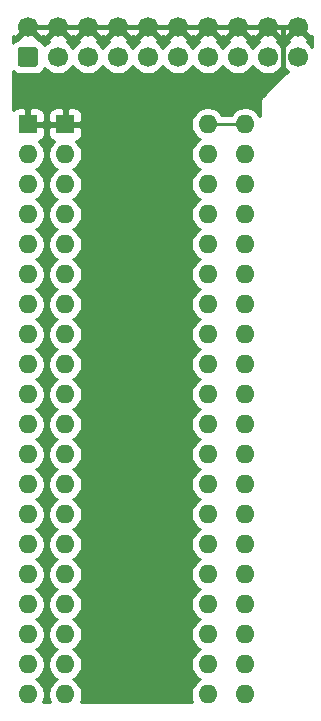
<source format=gbl>
%TF.GenerationSoftware,KiCad,Pcbnew,(5.1.8)-1*%
%TF.CreationDate,2021-04-29T21:41:25+02:00*%
%TF.ProjectId,C64 1541-II VIA Adapter,43363420-3135-4343-912d-494920564941,rev?*%
%TF.SameCoordinates,Original*%
%TF.FileFunction,Copper,L2,Bot*%
%TF.FilePolarity,Positive*%
%FSLAX46Y46*%
G04 Gerber Fmt 4.6, Leading zero omitted, Abs format (unit mm)*
G04 Created by KiCad (PCBNEW (5.1.8)-1) date 2021-04-29 21:41:25*
%MOMM*%
%LPD*%
G01*
G04 APERTURE LIST*
%TA.AperFunction,ComponentPad*%
%ADD10C,1.700000*%
%TD*%
%TA.AperFunction,ComponentPad*%
%ADD11O,1.600000X1.600000*%
%TD*%
%TA.AperFunction,ComponentPad*%
%ADD12R,1.600000X1.600000*%
%TD*%
%TA.AperFunction,ViaPad*%
%ADD13C,0.800000*%
%TD*%
%TA.AperFunction,Conductor*%
%ADD14C,0.381000*%
%TD*%
%TA.AperFunction,Conductor*%
%ADD15C,0.250000*%
%TD*%
%TA.AperFunction,Conductor*%
%ADD16C,0.254000*%
%TD*%
%TA.AperFunction,Conductor*%
%ADD17C,0.100000*%
%TD*%
G04 APERTURE END LIST*
D10*
%TO.P,J2,11*%
%TO.N,GND*%
X102235000Y-53975000D03*
X104775000Y-53975000D03*
X107315000Y-53975000D03*
X109855000Y-53975000D03*
X112395000Y-53975000D03*
X114935000Y-53975000D03*
X117475000Y-53975000D03*
X120015000Y-53975000D03*
X122555000Y-53975000D03*
%TO.P,J2,10*%
%TO.N,/CB1*%
X125095000Y-56515000D03*
%TO.P,J2,8*%
%TO.N,/PA6*%
X120015000Y-56515000D03*
%TO.P,J2,6*%
%TO.N,/PA4*%
X114935000Y-56515000D03*
%TO.P,J2,4*%
%TO.N,/PA2*%
X109855000Y-56515000D03*
%TO.P,J2,2*%
%TO.N,/PA0*%
X104775000Y-56515000D03*
%TO.P,J2,11*%
%TO.N,GND*%
X125095000Y-53975000D03*
%TO.P,J2,9*%
%TO.N,/PA7*%
X122555000Y-56515000D03*
%TO.P,J2,7*%
%TO.N,/PA5*%
X117475000Y-56515000D03*
%TO.P,J2,5*%
%TO.N,/PA3*%
X112395000Y-56515000D03*
%TO.P,J2,3*%
%TO.N,/PA1*%
X107315000Y-56515000D03*
%TO.P,J2,1*%
%TO.N,/CA2*%
%TA.AperFunction,ComponentPad*%
G36*
G01*
X102835000Y-57365000D02*
X101635000Y-57365000D01*
G75*
G02*
X101385000Y-57115000I0J250000D01*
G01*
X101385000Y-55915000D01*
G75*
G02*
X101635000Y-55665000I250000J0D01*
G01*
X102835000Y-55665000D01*
G75*
G02*
X103085000Y-55915000I0J-250000D01*
G01*
X103085000Y-57115000D01*
G75*
G02*
X102835000Y-57365000I-250000J0D01*
G01*
G37*
%TD.AperFunction*%
%TD*%
D11*
%TO.P,A1,40*%
%TO.N,/CA1*%
X117475000Y-62230000D03*
%TO.P,A1,20*%
%TO.N,VCC*%
X102235000Y-110490000D03*
%TO.P,A1,39*%
%TO.N,/CA2*%
X117475000Y-64770000D03*
%TO.P,A1,19*%
%TO.N,/CB2*%
X102235000Y-107950000D03*
%TO.P,A1,38*%
%TO.N,/RS0*%
X117475000Y-67310000D03*
%TO.P,A1,18*%
%TO.N,/CB1*%
X102235000Y-105410000D03*
%TO.P,A1,37*%
%TO.N,/RS1*%
X117475000Y-69850000D03*
%TO.P,A1,17*%
%TO.N,/PB7*%
X102235000Y-102870000D03*
%TO.P,A1,36*%
%TO.N,/RS2*%
X117475000Y-72390000D03*
%TO.P,A1,16*%
%TO.N,/PB6*%
X102235000Y-100330000D03*
%TO.P,A1,35*%
%TO.N,/RS3*%
X117475000Y-74930000D03*
%TO.P,A1,15*%
%TO.N,/PB5*%
X102235000Y-97790000D03*
%TO.P,A1,34*%
%TO.N,/~RESET*%
X117475000Y-77470000D03*
%TO.P,A1,14*%
%TO.N,/PB4*%
X102235000Y-95250000D03*
%TO.P,A1,33*%
%TO.N,/D0*%
X117475000Y-80010000D03*
%TO.P,A1,13*%
%TO.N,/PB3*%
X102235000Y-92710000D03*
%TO.P,A1,32*%
%TO.N,/D1*%
X117475000Y-82550000D03*
%TO.P,A1,12*%
%TO.N,/PB2*%
X102235000Y-90170000D03*
%TO.P,A1,31*%
%TO.N,/D2*%
X117475000Y-85090000D03*
%TO.P,A1,11*%
%TO.N,/PB1*%
X102235000Y-87630000D03*
%TO.P,A1,30*%
%TO.N,/D3*%
X117475000Y-87630000D03*
%TO.P,A1,10*%
%TO.N,/PB0*%
X102235000Y-85090000D03*
%TO.P,A1,29*%
%TO.N,/D4*%
X117475000Y-90170000D03*
%TO.P,A1,9*%
%TO.N,/PA7*%
X102235000Y-82550000D03*
%TO.P,A1,28*%
%TO.N,/D5*%
X117475000Y-92710000D03*
%TO.P,A1,8*%
%TO.N,/PA6*%
X102235000Y-80010000D03*
%TO.P,A1,27*%
%TO.N,/D6*%
X117475000Y-95250000D03*
%TO.P,A1,7*%
%TO.N,/PA5*%
X102235000Y-77470000D03*
%TO.P,A1,26*%
%TO.N,/D7*%
X117475000Y-97790000D03*
%TO.P,A1,6*%
%TO.N,/PA4*%
X102235000Y-74930000D03*
%TO.P,A1,25*%
%TO.N,/PHI2*%
X117475000Y-100330000D03*
%TO.P,A1,5*%
%TO.N,/PA3*%
X102235000Y-72390000D03*
%TO.P,A1,24*%
%TO.N,/CS1*%
X117475000Y-102870000D03*
%TO.P,A1,4*%
%TO.N,/PA2*%
X102235000Y-69850000D03*
%TO.P,A1,23*%
%TO.N,/~CS2*%
X117475000Y-105410000D03*
%TO.P,A1,3*%
%TO.N,/PA1*%
X102235000Y-67310000D03*
%TO.P,A1,22*%
%TO.N,/R_~W*%
X117475000Y-107950000D03*
%TO.P,A1,2*%
%TO.N,/PA0*%
X102235000Y-64770000D03*
%TO.P,A1,21*%
%TO.N,/~IRQ*%
X117475000Y-110490000D03*
D12*
%TO.P,A1,1*%
%TO.N,GND*%
X102235000Y-62230000D03*
%TD*%
%TO.P,U1,1*%
%TO.N,GND*%
X105410000Y-62230000D03*
D11*
%TO.P,U1,21*%
%TO.N,/~IRQ*%
X120650000Y-110490000D03*
%TO.P,U1,2*%
%TO.N,/PA0*%
X105410000Y-64770000D03*
%TO.P,U1,22*%
%TO.N,/R_~W*%
X120650000Y-107950000D03*
%TO.P,U1,3*%
%TO.N,/PA1*%
X105410000Y-67310000D03*
%TO.P,U1,23*%
%TO.N,/~CS2*%
X120650000Y-105410000D03*
%TO.P,U1,4*%
%TO.N,/PA2*%
X105410000Y-69850000D03*
%TO.P,U1,24*%
%TO.N,/CS1*%
X120650000Y-102870000D03*
%TO.P,U1,5*%
%TO.N,/PA3*%
X105410000Y-72390000D03*
%TO.P,U1,25*%
%TO.N,/PHI2*%
X120650000Y-100330000D03*
%TO.P,U1,6*%
%TO.N,/PA4*%
X105410000Y-74930000D03*
%TO.P,U1,26*%
%TO.N,/D7*%
X120650000Y-97790000D03*
%TO.P,U1,7*%
%TO.N,/PA5*%
X105410000Y-77470000D03*
%TO.P,U1,27*%
%TO.N,/D6*%
X120650000Y-95250000D03*
%TO.P,U1,8*%
%TO.N,/PA6*%
X105410000Y-80010000D03*
%TO.P,U1,28*%
%TO.N,/D5*%
X120650000Y-92710000D03*
%TO.P,U1,9*%
%TO.N,/PA7*%
X105410000Y-82550000D03*
%TO.P,U1,29*%
%TO.N,/D4*%
X120650000Y-90170000D03*
%TO.P,U1,10*%
%TO.N,/PB0*%
X105410000Y-85090000D03*
%TO.P,U1,30*%
%TO.N,/D3*%
X120650000Y-87630000D03*
%TO.P,U1,11*%
%TO.N,/PB1*%
X105410000Y-87630000D03*
%TO.P,U1,31*%
%TO.N,/D2*%
X120650000Y-85090000D03*
%TO.P,U1,12*%
%TO.N,/PB2*%
X105410000Y-90170000D03*
%TO.P,U1,32*%
%TO.N,/D1*%
X120650000Y-82550000D03*
%TO.P,U1,13*%
%TO.N,/PB3*%
X105410000Y-92710000D03*
%TO.P,U1,33*%
%TO.N,/D0*%
X120650000Y-80010000D03*
%TO.P,U1,14*%
%TO.N,/PB4*%
X105410000Y-95250000D03*
%TO.P,U1,34*%
%TO.N,/~RESET*%
X120650000Y-77470000D03*
%TO.P,U1,15*%
%TO.N,/PB5*%
X105410000Y-97790000D03*
%TO.P,U1,35*%
%TO.N,/RS3*%
X120650000Y-74930000D03*
%TO.P,U1,16*%
%TO.N,/PB6*%
X105410000Y-100330000D03*
%TO.P,U1,36*%
%TO.N,/RS2*%
X120650000Y-72390000D03*
%TO.P,U1,17*%
%TO.N,/PB7*%
X105410000Y-102870000D03*
%TO.P,U1,37*%
%TO.N,/RS1*%
X120650000Y-69850000D03*
%TO.P,U1,18*%
%TO.N,/CB1*%
X105410000Y-105410000D03*
%TO.P,U1,38*%
%TO.N,/RS0*%
X120650000Y-67310000D03*
%TO.P,U1,19*%
%TO.N,/CB2*%
X105410000Y-107950000D03*
%TO.P,U1,39*%
%TO.N,/CA2*%
X120650000Y-64770000D03*
%TO.P,U1,20*%
%TO.N,VCC*%
X105410000Y-110490000D03*
%TO.P,U1,40*%
%TO.N,/CA1*%
X120650000Y-62230000D03*
%TD*%
D13*
%TO.N,GND*%
X121195000Y-60325000D03*
%TD*%
D14*
%TO.N,GND*%
X105410000Y-53975000D02*
X102870000Y-53975000D01*
X105410000Y-53975000D02*
X107950000Y-53975000D01*
X107950000Y-53975000D02*
X110490000Y-53975000D01*
X109855000Y-53975000D02*
X112395000Y-53975000D01*
X114935000Y-53975000D02*
X112395000Y-53975000D01*
X114935000Y-53975000D02*
X117475000Y-53975000D01*
X117475000Y-53975000D02*
X120015000Y-53975000D01*
X120015000Y-53975000D02*
X122555000Y-53975000D01*
X122555000Y-53975000D02*
X123825000Y-53975000D01*
X123825000Y-53975000D02*
X125095000Y-53975000D01*
X123219499Y-58390501D02*
X123129499Y-58390501D01*
X123129499Y-58390501D02*
X121195000Y-60325000D01*
X123825000Y-57785000D02*
X123219499Y-58390501D01*
X123825000Y-53975000D02*
X123825000Y-57785000D01*
D15*
%TO.N,/CA1*%
X117475000Y-62230000D02*
X120650000Y-62230000D01*
%TD*%
D16*
%TO.N,GND*%
X123941525Y-57461632D02*
X124148368Y-57668475D01*
X124309311Y-57776013D01*
X124206207Y-57807290D01*
X124091550Y-57868575D01*
X124025733Y-57922590D01*
X123991052Y-57951052D01*
X123970388Y-57976231D01*
X122111236Y-59835384D01*
X122086052Y-59856052D01*
X122065386Y-59881234D01*
X122003575Y-59956550D01*
X121942291Y-60071207D01*
X121942290Y-60071208D01*
X121904550Y-60195618D01*
X121895000Y-60292582D01*
X121895000Y-60292591D01*
X121891808Y-60325000D01*
X121895000Y-60357409D01*
X121895000Y-61510344D01*
X121764637Y-61315241D01*
X121564759Y-61115363D01*
X121329727Y-60958320D01*
X121068574Y-60850147D01*
X120791335Y-60795000D01*
X120508665Y-60795000D01*
X120231426Y-60850147D01*
X119970273Y-60958320D01*
X119735241Y-61115363D01*
X119535363Y-61315241D01*
X119431957Y-61470000D01*
X118693043Y-61470000D01*
X118589637Y-61315241D01*
X118389759Y-61115363D01*
X118154727Y-60958320D01*
X117893574Y-60850147D01*
X117616335Y-60795000D01*
X117333665Y-60795000D01*
X117056426Y-60850147D01*
X116795273Y-60958320D01*
X116560241Y-61115363D01*
X116360363Y-61315241D01*
X116203320Y-61550273D01*
X116095147Y-61811426D01*
X116040000Y-62088665D01*
X116040000Y-62371335D01*
X116095147Y-62648574D01*
X116203320Y-62909727D01*
X116360363Y-63144759D01*
X116560241Y-63344637D01*
X116792759Y-63500000D01*
X116560241Y-63655363D01*
X116360363Y-63855241D01*
X116203320Y-64090273D01*
X116095147Y-64351426D01*
X116040000Y-64628665D01*
X116040000Y-64911335D01*
X116095147Y-65188574D01*
X116203320Y-65449727D01*
X116360363Y-65684759D01*
X116560241Y-65884637D01*
X116792759Y-66040000D01*
X116560241Y-66195363D01*
X116360363Y-66395241D01*
X116203320Y-66630273D01*
X116095147Y-66891426D01*
X116040000Y-67168665D01*
X116040000Y-67451335D01*
X116095147Y-67728574D01*
X116203320Y-67989727D01*
X116360363Y-68224759D01*
X116560241Y-68424637D01*
X116792759Y-68580000D01*
X116560241Y-68735363D01*
X116360363Y-68935241D01*
X116203320Y-69170273D01*
X116095147Y-69431426D01*
X116040000Y-69708665D01*
X116040000Y-69991335D01*
X116095147Y-70268574D01*
X116203320Y-70529727D01*
X116360363Y-70764759D01*
X116560241Y-70964637D01*
X116792759Y-71120000D01*
X116560241Y-71275363D01*
X116360363Y-71475241D01*
X116203320Y-71710273D01*
X116095147Y-71971426D01*
X116040000Y-72248665D01*
X116040000Y-72531335D01*
X116095147Y-72808574D01*
X116203320Y-73069727D01*
X116360363Y-73304759D01*
X116560241Y-73504637D01*
X116792759Y-73660000D01*
X116560241Y-73815363D01*
X116360363Y-74015241D01*
X116203320Y-74250273D01*
X116095147Y-74511426D01*
X116040000Y-74788665D01*
X116040000Y-75071335D01*
X116095147Y-75348574D01*
X116203320Y-75609727D01*
X116360363Y-75844759D01*
X116560241Y-76044637D01*
X116792759Y-76200000D01*
X116560241Y-76355363D01*
X116360363Y-76555241D01*
X116203320Y-76790273D01*
X116095147Y-77051426D01*
X116040000Y-77328665D01*
X116040000Y-77611335D01*
X116095147Y-77888574D01*
X116203320Y-78149727D01*
X116360363Y-78384759D01*
X116560241Y-78584637D01*
X116792759Y-78740000D01*
X116560241Y-78895363D01*
X116360363Y-79095241D01*
X116203320Y-79330273D01*
X116095147Y-79591426D01*
X116040000Y-79868665D01*
X116040000Y-80151335D01*
X116095147Y-80428574D01*
X116203320Y-80689727D01*
X116360363Y-80924759D01*
X116560241Y-81124637D01*
X116792759Y-81280000D01*
X116560241Y-81435363D01*
X116360363Y-81635241D01*
X116203320Y-81870273D01*
X116095147Y-82131426D01*
X116040000Y-82408665D01*
X116040000Y-82691335D01*
X116095147Y-82968574D01*
X116203320Y-83229727D01*
X116360363Y-83464759D01*
X116560241Y-83664637D01*
X116792759Y-83820000D01*
X116560241Y-83975363D01*
X116360363Y-84175241D01*
X116203320Y-84410273D01*
X116095147Y-84671426D01*
X116040000Y-84948665D01*
X116040000Y-85231335D01*
X116095147Y-85508574D01*
X116203320Y-85769727D01*
X116360363Y-86004759D01*
X116560241Y-86204637D01*
X116792759Y-86360000D01*
X116560241Y-86515363D01*
X116360363Y-86715241D01*
X116203320Y-86950273D01*
X116095147Y-87211426D01*
X116040000Y-87488665D01*
X116040000Y-87771335D01*
X116095147Y-88048574D01*
X116203320Y-88309727D01*
X116360363Y-88544759D01*
X116560241Y-88744637D01*
X116792759Y-88900000D01*
X116560241Y-89055363D01*
X116360363Y-89255241D01*
X116203320Y-89490273D01*
X116095147Y-89751426D01*
X116040000Y-90028665D01*
X116040000Y-90311335D01*
X116095147Y-90588574D01*
X116203320Y-90849727D01*
X116360363Y-91084759D01*
X116560241Y-91284637D01*
X116792759Y-91440000D01*
X116560241Y-91595363D01*
X116360363Y-91795241D01*
X116203320Y-92030273D01*
X116095147Y-92291426D01*
X116040000Y-92568665D01*
X116040000Y-92851335D01*
X116095147Y-93128574D01*
X116203320Y-93389727D01*
X116360363Y-93624759D01*
X116560241Y-93824637D01*
X116792759Y-93980000D01*
X116560241Y-94135363D01*
X116360363Y-94335241D01*
X116203320Y-94570273D01*
X116095147Y-94831426D01*
X116040000Y-95108665D01*
X116040000Y-95391335D01*
X116095147Y-95668574D01*
X116203320Y-95929727D01*
X116360363Y-96164759D01*
X116560241Y-96364637D01*
X116792759Y-96520000D01*
X116560241Y-96675363D01*
X116360363Y-96875241D01*
X116203320Y-97110273D01*
X116095147Y-97371426D01*
X116040000Y-97648665D01*
X116040000Y-97931335D01*
X116095147Y-98208574D01*
X116203320Y-98469727D01*
X116360363Y-98704759D01*
X116560241Y-98904637D01*
X116792759Y-99060000D01*
X116560241Y-99215363D01*
X116360363Y-99415241D01*
X116203320Y-99650273D01*
X116095147Y-99911426D01*
X116040000Y-100188665D01*
X116040000Y-100471335D01*
X116095147Y-100748574D01*
X116203320Y-101009727D01*
X116360363Y-101244759D01*
X116560241Y-101444637D01*
X116792759Y-101600000D01*
X116560241Y-101755363D01*
X116360363Y-101955241D01*
X116203320Y-102190273D01*
X116095147Y-102451426D01*
X116040000Y-102728665D01*
X116040000Y-103011335D01*
X116095147Y-103288574D01*
X116203320Y-103549727D01*
X116360363Y-103784759D01*
X116560241Y-103984637D01*
X116792759Y-104140000D01*
X116560241Y-104295363D01*
X116360363Y-104495241D01*
X116203320Y-104730273D01*
X116095147Y-104991426D01*
X116040000Y-105268665D01*
X116040000Y-105551335D01*
X116095147Y-105828574D01*
X116203320Y-106089727D01*
X116360363Y-106324759D01*
X116560241Y-106524637D01*
X116792759Y-106680000D01*
X116560241Y-106835363D01*
X116360363Y-107035241D01*
X116203320Y-107270273D01*
X116095147Y-107531426D01*
X116040000Y-107808665D01*
X116040000Y-108091335D01*
X116095147Y-108368574D01*
X116203320Y-108629727D01*
X116360363Y-108864759D01*
X116560241Y-109064637D01*
X116792759Y-109220000D01*
X116560241Y-109375363D01*
X116360363Y-109575241D01*
X116203320Y-109810273D01*
X116095147Y-110071426D01*
X116040000Y-110348665D01*
X116040000Y-110631335D01*
X116095147Y-110908574D01*
X116174438Y-111100000D01*
X106710562Y-111100000D01*
X106789853Y-110908574D01*
X106845000Y-110631335D01*
X106845000Y-110348665D01*
X106789853Y-110071426D01*
X106681680Y-109810273D01*
X106524637Y-109575241D01*
X106324759Y-109375363D01*
X106092241Y-109220000D01*
X106324759Y-109064637D01*
X106524637Y-108864759D01*
X106681680Y-108629727D01*
X106789853Y-108368574D01*
X106845000Y-108091335D01*
X106845000Y-107808665D01*
X106789853Y-107531426D01*
X106681680Y-107270273D01*
X106524637Y-107035241D01*
X106324759Y-106835363D01*
X106092241Y-106680000D01*
X106324759Y-106524637D01*
X106524637Y-106324759D01*
X106681680Y-106089727D01*
X106789853Y-105828574D01*
X106845000Y-105551335D01*
X106845000Y-105268665D01*
X106789853Y-104991426D01*
X106681680Y-104730273D01*
X106524637Y-104495241D01*
X106324759Y-104295363D01*
X106092241Y-104140000D01*
X106324759Y-103984637D01*
X106524637Y-103784759D01*
X106681680Y-103549727D01*
X106789853Y-103288574D01*
X106845000Y-103011335D01*
X106845000Y-102728665D01*
X106789853Y-102451426D01*
X106681680Y-102190273D01*
X106524637Y-101955241D01*
X106324759Y-101755363D01*
X106092241Y-101600000D01*
X106324759Y-101444637D01*
X106524637Y-101244759D01*
X106681680Y-101009727D01*
X106789853Y-100748574D01*
X106845000Y-100471335D01*
X106845000Y-100188665D01*
X106789853Y-99911426D01*
X106681680Y-99650273D01*
X106524637Y-99415241D01*
X106324759Y-99215363D01*
X106092241Y-99060000D01*
X106324759Y-98904637D01*
X106524637Y-98704759D01*
X106681680Y-98469727D01*
X106789853Y-98208574D01*
X106845000Y-97931335D01*
X106845000Y-97648665D01*
X106789853Y-97371426D01*
X106681680Y-97110273D01*
X106524637Y-96875241D01*
X106324759Y-96675363D01*
X106092241Y-96520000D01*
X106324759Y-96364637D01*
X106524637Y-96164759D01*
X106681680Y-95929727D01*
X106789853Y-95668574D01*
X106845000Y-95391335D01*
X106845000Y-95108665D01*
X106789853Y-94831426D01*
X106681680Y-94570273D01*
X106524637Y-94335241D01*
X106324759Y-94135363D01*
X106092241Y-93980000D01*
X106324759Y-93824637D01*
X106524637Y-93624759D01*
X106681680Y-93389727D01*
X106789853Y-93128574D01*
X106845000Y-92851335D01*
X106845000Y-92568665D01*
X106789853Y-92291426D01*
X106681680Y-92030273D01*
X106524637Y-91795241D01*
X106324759Y-91595363D01*
X106092241Y-91440000D01*
X106324759Y-91284637D01*
X106524637Y-91084759D01*
X106681680Y-90849727D01*
X106789853Y-90588574D01*
X106845000Y-90311335D01*
X106845000Y-90028665D01*
X106789853Y-89751426D01*
X106681680Y-89490273D01*
X106524637Y-89255241D01*
X106324759Y-89055363D01*
X106092241Y-88900000D01*
X106324759Y-88744637D01*
X106524637Y-88544759D01*
X106681680Y-88309727D01*
X106789853Y-88048574D01*
X106845000Y-87771335D01*
X106845000Y-87488665D01*
X106789853Y-87211426D01*
X106681680Y-86950273D01*
X106524637Y-86715241D01*
X106324759Y-86515363D01*
X106092241Y-86360000D01*
X106324759Y-86204637D01*
X106524637Y-86004759D01*
X106681680Y-85769727D01*
X106789853Y-85508574D01*
X106845000Y-85231335D01*
X106845000Y-84948665D01*
X106789853Y-84671426D01*
X106681680Y-84410273D01*
X106524637Y-84175241D01*
X106324759Y-83975363D01*
X106092241Y-83820000D01*
X106324759Y-83664637D01*
X106524637Y-83464759D01*
X106681680Y-83229727D01*
X106789853Y-82968574D01*
X106845000Y-82691335D01*
X106845000Y-82408665D01*
X106789853Y-82131426D01*
X106681680Y-81870273D01*
X106524637Y-81635241D01*
X106324759Y-81435363D01*
X106092241Y-81280000D01*
X106324759Y-81124637D01*
X106524637Y-80924759D01*
X106681680Y-80689727D01*
X106789853Y-80428574D01*
X106845000Y-80151335D01*
X106845000Y-79868665D01*
X106789853Y-79591426D01*
X106681680Y-79330273D01*
X106524637Y-79095241D01*
X106324759Y-78895363D01*
X106092241Y-78740000D01*
X106324759Y-78584637D01*
X106524637Y-78384759D01*
X106681680Y-78149727D01*
X106789853Y-77888574D01*
X106845000Y-77611335D01*
X106845000Y-77328665D01*
X106789853Y-77051426D01*
X106681680Y-76790273D01*
X106524637Y-76555241D01*
X106324759Y-76355363D01*
X106092241Y-76200000D01*
X106324759Y-76044637D01*
X106524637Y-75844759D01*
X106681680Y-75609727D01*
X106789853Y-75348574D01*
X106845000Y-75071335D01*
X106845000Y-74788665D01*
X106789853Y-74511426D01*
X106681680Y-74250273D01*
X106524637Y-74015241D01*
X106324759Y-73815363D01*
X106092241Y-73660000D01*
X106324759Y-73504637D01*
X106524637Y-73304759D01*
X106681680Y-73069727D01*
X106789853Y-72808574D01*
X106845000Y-72531335D01*
X106845000Y-72248665D01*
X106789853Y-71971426D01*
X106681680Y-71710273D01*
X106524637Y-71475241D01*
X106324759Y-71275363D01*
X106092241Y-71120000D01*
X106324759Y-70964637D01*
X106524637Y-70764759D01*
X106681680Y-70529727D01*
X106789853Y-70268574D01*
X106845000Y-69991335D01*
X106845000Y-69708665D01*
X106789853Y-69431426D01*
X106681680Y-69170273D01*
X106524637Y-68935241D01*
X106324759Y-68735363D01*
X106092241Y-68580000D01*
X106324759Y-68424637D01*
X106524637Y-68224759D01*
X106681680Y-67989727D01*
X106789853Y-67728574D01*
X106845000Y-67451335D01*
X106845000Y-67168665D01*
X106789853Y-66891426D01*
X106681680Y-66630273D01*
X106524637Y-66395241D01*
X106324759Y-66195363D01*
X106092241Y-66040000D01*
X106324759Y-65884637D01*
X106524637Y-65684759D01*
X106681680Y-65449727D01*
X106789853Y-65188574D01*
X106845000Y-64911335D01*
X106845000Y-64628665D01*
X106789853Y-64351426D01*
X106681680Y-64090273D01*
X106524637Y-63855241D01*
X106326039Y-63656643D01*
X106334482Y-63655812D01*
X106454180Y-63619502D01*
X106564494Y-63560537D01*
X106661185Y-63481185D01*
X106740537Y-63384494D01*
X106799502Y-63274180D01*
X106835812Y-63154482D01*
X106848072Y-63030000D01*
X106845000Y-62515750D01*
X106686250Y-62357000D01*
X105537000Y-62357000D01*
X105537000Y-62377000D01*
X105283000Y-62377000D01*
X105283000Y-62357000D01*
X104133750Y-62357000D01*
X103975000Y-62515750D01*
X103971928Y-63030000D01*
X103984188Y-63154482D01*
X104020498Y-63274180D01*
X104079463Y-63384494D01*
X104158815Y-63481185D01*
X104255506Y-63560537D01*
X104365820Y-63619502D01*
X104485518Y-63655812D01*
X104493961Y-63656643D01*
X104295363Y-63855241D01*
X104138320Y-64090273D01*
X104030147Y-64351426D01*
X103975000Y-64628665D01*
X103975000Y-64911335D01*
X104030147Y-65188574D01*
X104138320Y-65449727D01*
X104295363Y-65684759D01*
X104495241Y-65884637D01*
X104727759Y-66040000D01*
X104495241Y-66195363D01*
X104295363Y-66395241D01*
X104138320Y-66630273D01*
X104030147Y-66891426D01*
X103975000Y-67168665D01*
X103975000Y-67451335D01*
X104030147Y-67728574D01*
X104138320Y-67989727D01*
X104295363Y-68224759D01*
X104495241Y-68424637D01*
X104727759Y-68580000D01*
X104495241Y-68735363D01*
X104295363Y-68935241D01*
X104138320Y-69170273D01*
X104030147Y-69431426D01*
X103975000Y-69708665D01*
X103975000Y-69991335D01*
X104030147Y-70268574D01*
X104138320Y-70529727D01*
X104295363Y-70764759D01*
X104495241Y-70964637D01*
X104727759Y-71120000D01*
X104495241Y-71275363D01*
X104295363Y-71475241D01*
X104138320Y-71710273D01*
X104030147Y-71971426D01*
X103975000Y-72248665D01*
X103975000Y-72531335D01*
X104030147Y-72808574D01*
X104138320Y-73069727D01*
X104295363Y-73304759D01*
X104495241Y-73504637D01*
X104727759Y-73660000D01*
X104495241Y-73815363D01*
X104295363Y-74015241D01*
X104138320Y-74250273D01*
X104030147Y-74511426D01*
X103975000Y-74788665D01*
X103975000Y-75071335D01*
X104030147Y-75348574D01*
X104138320Y-75609727D01*
X104295363Y-75844759D01*
X104495241Y-76044637D01*
X104727759Y-76200000D01*
X104495241Y-76355363D01*
X104295363Y-76555241D01*
X104138320Y-76790273D01*
X104030147Y-77051426D01*
X103975000Y-77328665D01*
X103975000Y-77611335D01*
X104030147Y-77888574D01*
X104138320Y-78149727D01*
X104295363Y-78384759D01*
X104495241Y-78584637D01*
X104727759Y-78740000D01*
X104495241Y-78895363D01*
X104295363Y-79095241D01*
X104138320Y-79330273D01*
X104030147Y-79591426D01*
X103975000Y-79868665D01*
X103975000Y-80151335D01*
X104030147Y-80428574D01*
X104138320Y-80689727D01*
X104295363Y-80924759D01*
X104495241Y-81124637D01*
X104727759Y-81280000D01*
X104495241Y-81435363D01*
X104295363Y-81635241D01*
X104138320Y-81870273D01*
X104030147Y-82131426D01*
X103975000Y-82408665D01*
X103975000Y-82691335D01*
X104030147Y-82968574D01*
X104138320Y-83229727D01*
X104295363Y-83464759D01*
X104495241Y-83664637D01*
X104727759Y-83820000D01*
X104495241Y-83975363D01*
X104295363Y-84175241D01*
X104138320Y-84410273D01*
X104030147Y-84671426D01*
X103975000Y-84948665D01*
X103975000Y-85231335D01*
X104030147Y-85508574D01*
X104138320Y-85769727D01*
X104295363Y-86004759D01*
X104495241Y-86204637D01*
X104727759Y-86360000D01*
X104495241Y-86515363D01*
X104295363Y-86715241D01*
X104138320Y-86950273D01*
X104030147Y-87211426D01*
X103975000Y-87488665D01*
X103975000Y-87771335D01*
X104030147Y-88048574D01*
X104138320Y-88309727D01*
X104295363Y-88544759D01*
X104495241Y-88744637D01*
X104727759Y-88900000D01*
X104495241Y-89055363D01*
X104295363Y-89255241D01*
X104138320Y-89490273D01*
X104030147Y-89751426D01*
X103975000Y-90028665D01*
X103975000Y-90311335D01*
X104030147Y-90588574D01*
X104138320Y-90849727D01*
X104295363Y-91084759D01*
X104495241Y-91284637D01*
X104727759Y-91440000D01*
X104495241Y-91595363D01*
X104295363Y-91795241D01*
X104138320Y-92030273D01*
X104030147Y-92291426D01*
X103975000Y-92568665D01*
X103975000Y-92851335D01*
X104030147Y-93128574D01*
X104138320Y-93389727D01*
X104295363Y-93624759D01*
X104495241Y-93824637D01*
X104727759Y-93980000D01*
X104495241Y-94135363D01*
X104295363Y-94335241D01*
X104138320Y-94570273D01*
X104030147Y-94831426D01*
X103975000Y-95108665D01*
X103975000Y-95391335D01*
X104030147Y-95668574D01*
X104138320Y-95929727D01*
X104295363Y-96164759D01*
X104495241Y-96364637D01*
X104727759Y-96520000D01*
X104495241Y-96675363D01*
X104295363Y-96875241D01*
X104138320Y-97110273D01*
X104030147Y-97371426D01*
X103975000Y-97648665D01*
X103975000Y-97931335D01*
X104030147Y-98208574D01*
X104138320Y-98469727D01*
X104295363Y-98704759D01*
X104495241Y-98904637D01*
X104727759Y-99060000D01*
X104495241Y-99215363D01*
X104295363Y-99415241D01*
X104138320Y-99650273D01*
X104030147Y-99911426D01*
X103975000Y-100188665D01*
X103975000Y-100471335D01*
X104030147Y-100748574D01*
X104138320Y-101009727D01*
X104295363Y-101244759D01*
X104495241Y-101444637D01*
X104727759Y-101600000D01*
X104495241Y-101755363D01*
X104295363Y-101955241D01*
X104138320Y-102190273D01*
X104030147Y-102451426D01*
X103975000Y-102728665D01*
X103975000Y-103011335D01*
X104030147Y-103288574D01*
X104138320Y-103549727D01*
X104295363Y-103784759D01*
X104495241Y-103984637D01*
X104727759Y-104140000D01*
X104495241Y-104295363D01*
X104295363Y-104495241D01*
X104138320Y-104730273D01*
X104030147Y-104991426D01*
X103975000Y-105268665D01*
X103975000Y-105551335D01*
X104030147Y-105828574D01*
X104138320Y-106089727D01*
X104295363Y-106324759D01*
X104495241Y-106524637D01*
X104727759Y-106680000D01*
X104495241Y-106835363D01*
X104295363Y-107035241D01*
X104138320Y-107270273D01*
X104030147Y-107531426D01*
X103975000Y-107808665D01*
X103975000Y-108091335D01*
X104030147Y-108368574D01*
X104138320Y-108629727D01*
X104295363Y-108864759D01*
X104495241Y-109064637D01*
X104727759Y-109220000D01*
X104495241Y-109375363D01*
X104295363Y-109575241D01*
X104138320Y-109810273D01*
X104030147Y-110071426D01*
X103975000Y-110348665D01*
X103975000Y-110631335D01*
X104030147Y-110908574D01*
X104109438Y-111100000D01*
X103535562Y-111100000D01*
X103614853Y-110908574D01*
X103670000Y-110631335D01*
X103670000Y-110348665D01*
X103614853Y-110071426D01*
X103506680Y-109810273D01*
X103349637Y-109575241D01*
X103149759Y-109375363D01*
X102917241Y-109220000D01*
X103149759Y-109064637D01*
X103349637Y-108864759D01*
X103506680Y-108629727D01*
X103614853Y-108368574D01*
X103670000Y-108091335D01*
X103670000Y-107808665D01*
X103614853Y-107531426D01*
X103506680Y-107270273D01*
X103349637Y-107035241D01*
X103149759Y-106835363D01*
X102917241Y-106680000D01*
X103149759Y-106524637D01*
X103349637Y-106324759D01*
X103506680Y-106089727D01*
X103614853Y-105828574D01*
X103670000Y-105551335D01*
X103670000Y-105268665D01*
X103614853Y-104991426D01*
X103506680Y-104730273D01*
X103349637Y-104495241D01*
X103149759Y-104295363D01*
X102917241Y-104140000D01*
X103149759Y-103984637D01*
X103349637Y-103784759D01*
X103506680Y-103549727D01*
X103614853Y-103288574D01*
X103670000Y-103011335D01*
X103670000Y-102728665D01*
X103614853Y-102451426D01*
X103506680Y-102190273D01*
X103349637Y-101955241D01*
X103149759Y-101755363D01*
X102917241Y-101600000D01*
X103149759Y-101444637D01*
X103349637Y-101244759D01*
X103506680Y-101009727D01*
X103614853Y-100748574D01*
X103670000Y-100471335D01*
X103670000Y-100188665D01*
X103614853Y-99911426D01*
X103506680Y-99650273D01*
X103349637Y-99415241D01*
X103149759Y-99215363D01*
X102917241Y-99060000D01*
X103149759Y-98904637D01*
X103349637Y-98704759D01*
X103506680Y-98469727D01*
X103614853Y-98208574D01*
X103670000Y-97931335D01*
X103670000Y-97648665D01*
X103614853Y-97371426D01*
X103506680Y-97110273D01*
X103349637Y-96875241D01*
X103149759Y-96675363D01*
X102917241Y-96520000D01*
X103149759Y-96364637D01*
X103349637Y-96164759D01*
X103506680Y-95929727D01*
X103614853Y-95668574D01*
X103670000Y-95391335D01*
X103670000Y-95108665D01*
X103614853Y-94831426D01*
X103506680Y-94570273D01*
X103349637Y-94335241D01*
X103149759Y-94135363D01*
X102917241Y-93980000D01*
X103149759Y-93824637D01*
X103349637Y-93624759D01*
X103506680Y-93389727D01*
X103614853Y-93128574D01*
X103670000Y-92851335D01*
X103670000Y-92568665D01*
X103614853Y-92291426D01*
X103506680Y-92030273D01*
X103349637Y-91795241D01*
X103149759Y-91595363D01*
X102917241Y-91440000D01*
X103149759Y-91284637D01*
X103349637Y-91084759D01*
X103506680Y-90849727D01*
X103614853Y-90588574D01*
X103670000Y-90311335D01*
X103670000Y-90028665D01*
X103614853Y-89751426D01*
X103506680Y-89490273D01*
X103349637Y-89255241D01*
X103149759Y-89055363D01*
X102917241Y-88900000D01*
X103149759Y-88744637D01*
X103349637Y-88544759D01*
X103506680Y-88309727D01*
X103614853Y-88048574D01*
X103670000Y-87771335D01*
X103670000Y-87488665D01*
X103614853Y-87211426D01*
X103506680Y-86950273D01*
X103349637Y-86715241D01*
X103149759Y-86515363D01*
X102917241Y-86360000D01*
X103149759Y-86204637D01*
X103349637Y-86004759D01*
X103506680Y-85769727D01*
X103614853Y-85508574D01*
X103670000Y-85231335D01*
X103670000Y-84948665D01*
X103614853Y-84671426D01*
X103506680Y-84410273D01*
X103349637Y-84175241D01*
X103149759Y-83975363D01*
X102917241Y-83820000D01*
X103149759Y-83664637D01*
X103349637Y-83464759D01*
X103506680Y-83229727D01*
X103614853Y-82968574D01*
X103670000Y-82691335D01*
X103670000Y-82408665D01*
X103614853Y-82131426D01*
X103506680Y-81870273D01*
X103349637Y-81635241D01*
X103149759Y-81435363D01*
X102917241Y-81280000D01*
X103149759Y-81124637D01*
X103349637Y-80924759D01*
X103506680Y-80689727D01*
X103614853Y-80428574D01*
X103670000Y-80151335D01*
X103670000Y-79868665D01*
X103614853Y-79591426D01*
X103506680Y-79330273D01*
X103349637Y-79095241D01*
X103149759Y-78895363D01*
X102917241Y-78740000D01*
X103149759Y-78584637D01*
X103349637Y-78384759D01*
X103506680Y-78149727D01*
X103614853Y-77888574D01*
X103670000Y-77611335D01*
X103670000Y-77328665D01*
X103614853Y-77051426D01*
X103506680Y-76790273D01*
X103349637Y-76555241D01*
X103149759Y-76355363D01*
X102917241Y-76200000D01*
X103149759Y-76044637D01*
X103349637Y-75844759D01*
X103506680Y-75609727D01*
X103614853Y-75348574D01*
X103670000Y-75071335D01*
X103670000Y-74788665D01*
X103614853Y-74511426D01*
X103506680Y-74250273D01*
X103349637Y-74015241D01*
X103149759Y-73815363D01*
X102917241Y-73660000D01*
X103149759Y-73504637D01*
X103349637Y-73304759D01*
X103506680Y-73069727D01*
X103614853Y-72808574D01*
X103670000Y-72531335D01*
X103670000Y-72248665D01*
X103614853Y-71971426D01*
X103506680Y-71710273D01*
X103349637Y-71475241D01*
X103149759Y-71275363D01*
X102917241Y-71120000D01*
X103149759Y-70964637D01*
X103349637Y-70764759D01*
X103506680Y-70529727D01*
X103614853Y-70268574D01*
X103670000Y-69991335D01*
X103670000Y-69708665D01*
X103614853Y-69431426D01*
X103506680Y-69170273D01*
X103349637Y-68935241D01*
X103149759Y-68735363D01*
X102917241Y-68580000D01*
X103149759Y-68424637D01*
X103349637Y-68224759D01*
X103506680Y-67989727D01*
X103614853Y-67728574D01*
X103670000Y-67451335D01*
X103670000Y-67168665D01*
X103614853Y-66891426D01*
X103506680Y-66630273D01*
X103349637Y-66395241D01*
X103149759Y-66195363D01*
X102917241Y-66040000D01*
X103149759Y-65884637D01*
X103349637Y-65684759D01*
X103506680Y-65449727D01*
X103614853Y-65188574D01*
X103670000Y-64911335D01*
X103670000Y-64628665D01*
X103614853Y-64351426D01*
X103506680Y-64090273D01*
X103349637Y-63855241D01*
X103151039Y-63656643D01*
X103159482Y-63655812D01*
X103279180Y-63619502D01*
X103389494Y-63560537D01*
X103486185Y-63481185D01*
X103565537Y-63384494D01*
X103624502Y-63274180D01*
X103660812Y-63154482D01*
X103673072Y-63030000D01*
X103670000Y-62515750D01*
X103511250Y-62357000D01*
X102362000Y-62357000D01*
X102362000Y-62377000D01*
X102108000Y-62377000D01*
X102108000Y-62357000D01*
X102088000Y-62357000D01*
X102088000Y-62103000D01*
X102108000Y-62103000D01*
X102108000Y-60953750D01*
X102362000Y-60953750D01*
X102362000Y-62103000D01*
X103511250Y-62103000D01*
X103670000Y-61944250D01*
X103673072Y-61430000D01*
X103971928Y-61430000D01*
X103975000Y-61944250D01*
X104133750Y-62103000D01*
X105283000Y-62103000D01*
X105283000Y-60953750D01*
X105537000Y-60953750D01*
X105537000Y-62103000D01*
X106686250Y-62103000D01*
X106845000Y-61944250D01*
X106848072Y-61430000D01*
X106835812Y-61305518D01*
X106799502Y-61185820D01*
X106740537Y-61075506D01*
X106661185Y-60978815D01*
X106564494Y-60899463D01*
X106454180Y-60840498D01*
X106334482Y-60804188D01*
X106210000Y-60791928D01*
X105695750Y-60795000D01*
X105537000Y-60953750D01*
X105283000Y-60953750D01*
X105124250Y-60795000D01*
X104610000Y-60791928D01*
X104485518Y-60804188D01*
X104365820Y-60840498D01*
X104255506Y-60899463D01*
X104158815Y-60978815D01*
X104079463Y-61075506D01*
X104020498Y-61185820D01*
X103984188Y-61305518D01*
X103971928Y-61430000D01*
X103673072Y-61430000D01*
X103660812Y-61305518D01*
X103624502Y-61185820D01*
X103565537Y-61075506D01*
X103486185Y-60978815D01*
X103389494Y-60899463D01*
X103279180Y-60840498D01*
X103159482Y-60804188D01*
X103035000Y-60791928D01*
X102520750Y-60795000D01*
X102362000Y-60953750D01*
X102108000Y-60953750D01*
X101949250Y-60795000D01*
X101435000Y-60791928D01*
X101310518Y-60804188D01*
X101190820Y-60840498D01*
X101080506Y-60899463D01*
X100990000Y-60973739D01*
X100990000Y-57722201D01*
X101007038Y-57742962D01*
X101141614Y-57853405D01*
X101295150Y-57935472D01*
X101461746Y-57986008D01*
X101635000Y-58003072D01*
X102835000Y-58003072D01*
X103008254Y-57986008D01*
X103174850Y-57935472D01*
X103328386Y-57853405D01*
X103462962Y-57742962D01*
X103573405Y-57608386D01*
X103641285Y-57481392D01*
X103828368Y-57668475D01*
X104071589Y-57830990D01*
X104341842Y-57942932D01*
X104628740Y-58000000D01*
X104921260Y-58000000D01*
X105208158Y-57942932D01*
X105478411Y-57830990D01*
X105721632Y-57668475D01*
X105928475Y-57461632D01*
X106045000Y-57287240D01*
X106161525Y-57461632D01*
X106368368Y-57668475D01*
X106611589Y-57830990D01*
X106881842Y-57942932D01*
X107168740Y-58000000D01*
X107461260Y-58000000D01*
X107748158Y-57942932D01*
X108018411Y-57830990D01*
X108261632Y-57668475D01*
X108468475Y-57461632D01*
X108585000Y-57287240D01*
X108701525Y-57461632D01*
X108908368Y-57668475D01*
X109151589Y-57830990D01*
X109421842Y-57942932D01*
X109708740Y-58000000D01*
X110001260Y-58000000D01*
X110288158Y-57942932D01*
X110558411Y-57830990D01*
X110801632Y-57668475D01*
X111008475Y-57461632D01*
X111125000Y-57287240D01*
X111241525Y-57461632D01*
X111448368Y-57668475D01*
X111691589Y-57830990D01*
X111961842Y-57942932D01*
X112248740Y-58000000D01*
X112541260Y-58000000D01*
X112828158Y-57942932D01*
X113098411Y-57830990D01*
X113341632Y-57668475D01*
X113548475Y-57461632D01*
X113665000Y-57287240D01*
X113781525Y-57461632D01*
X113988368Y-57668475D01*
X114231589Y-57830990D01*
X114501842Y-57942932D01*
X114788740Y-58000000D01*
X115081260Y-58000000D01*
X115368158Y-57942932D01*
X115638411Y-57830990D01*
X115881632Y-57668475D01*
X116088475Y-57461632D01*
X116205000Y-57287240D01*
X116321525Y-57461632D01*
X116528368Y-57668475D01*
X116771589Y-57830990D01*
X117041842Y-57942932D01*
X117328740Y-58000000D01*
X117621260Y-58000000D01*
X117908158Y-57942932D01*
X118178411Y-57830990D01*
X118421632Y-57668475D01*
X118628475Y-57461632D01*
X118745000Y-57287240D01*
X118861525Y-57461632D01*
X119068368Y-57668475D01*
X119311589Y-57830990D01*
X119581842Y-57942932D01*
X119868740Y-58000000D01*
X120161260Y-58000000D01*
X120448158Y-57942932D01*
X120718411Y-57830990D01*
X120961632Y-57668475D01*
X121168475Y-57461632D01*
X121285000Y-57287240D01*
X121401525Y-57461632D01*
X121608368Y-57668475D01*
X121851589Y-57830990D01*
X122121842Y-57942932D01*
X122408740Y-58000000D01*
X122701260Y-58000000D01*
X122988158Y-57942932D01*
X123258411Y-57830990D01*
X123501632Y-57668475D01*
X123708475Y-57461632D01*
X123825000Y-57287240D01*
X123941525Y-57461632D01*
%TA.AperFunction,Conductor*%
D17*
G36*
X123941525Y-57461632D02*
G01*
X124148368Y-57668475D01*
X124309311Y-57776013D01*
X124206207Y-57807290D01*
X124091550Y-57868575D01*
X124025733Y-57922590D01*
X123991052Y-57951052D01*
X123970388Y-57976231D01*
X122111236Y-59835384D01*
X122086052Y-59856052D01*
X122065386Y-59881234D01*
X122003575Y-59956550D01*
X121942291Y-60071207D01*
X121942290Y-60071208D01*
X121904550Y-60195618D01*
X121895000Y-60292582D01*
X121895000Y-60292591D01*
X121891808Y-60325000D01*
X121895000Y-60357409D01*
X121895000Y-61510344D01*
X121764637Y-61315241D01*
X121564759Y-61115363D01*
X121329727Y-60958320D01*
X121068574Y-60850147D01*
X120791335Y-60795000D01*
X120508665Y-60795000D01*
X120231426Y-60850147D01*
X119970273Y-60958320D01*
X119735241Y-61115363D01*
X119535363Y-61315241D01*
X119431957Y-61470000D01*
X118693043Y-61470000D01*
X118589637Y-61315241D01*
X118389759Y-61115363D01*
X118154727Y-60958320D01*
X117893574Y-60850147D01*
X117616335Y-60795000D01*
X117333665Y-60795000D01*
X117056426Y-60850147D01*
X116795273Y-60958320D01*
X116560241Y-61115363D01*
X116360363Y-61315241D01*
X116203320Y-61550273D01*
X116095147Y-61811426D01*
X116040000Y-62088665D01*
X116040000Y-62371335D01*
X116095147Y-62648574D01*
X116203320Y-62909727D01*
X116360363Y-63144759D01*
X116560241Y-63344637D01*
X116792759Y-63500000D01*
X116560241Y-63655363D01*
X116360363Y-63855241D01*
X116203320Y-64090273D01*
X116095147Y-64351426D01*
X116040000Y-64628665D01*
X116040000Y-64911335D01*
X116095147Y-65188574D01*
X116203320Y-65449727D01*
X116360363Y-65684759D01*
X116560241Y-65884637D01*
X116792759Y-66040000D01*
X116560241Y-66195363D01*
X116360363Y-66395241D01*
X116203320Y-66630273D01*
X116095147Y-66891426D01*
X116040000Y-67168665D01*
X116040000Y-67451335D01*
X116095147Y-67728574D01*
X116203320Y-67989727D01*
X116360363Y-68224759D01*
X116560241Y-68424637D01*
X116792759Y-68580000D01*
X116560241Y-68735363D01*
X116360363Y-68935241D01*
X116203320Y-69170273D01*
X116095147Y-69431426D01*
X116040000Y-69708665D01*
X116040000Y-69991335D01*
X116095147Y-70268574D01*
X116203320Y-70529727D01*
X116360363Y-70764759D01*
X116560241Y-70964637D01*
X116792759Y-71120000D01*
X116560241Y-71275363D01*
X116360363Y-71475241D01*
X116203320Y-71710273D01*
X116095147Y-71971426D01*
X116040000Y-72248665D01*
X116040000Y-72531335D01*
X116095147Y-72808574D01*
X116203320Y-73069727D01*
X116360363Y-73304759D01*
X116560241Y-73504637D01*
X116792759Y-73660000D01*
X116560241Y-73815363D01*
X116360363Y-74015241D01*
X116203320Y-74250273D01*
X116095147Y-74511426D01*
X116040000Y-74788665D01*
X116040000Y-75071335D01*
X116095147Y-75348574D01*
X116203320Y-75609727D01*
X116360363Y-75844759D01*
X116560241Y-76044637D01*
X116792759Y-76200000D01*
X116560241Y-76355363D01*
X116360363Y-76555241D01*
X116203320Y-76790273D01*
X116095147Y-77051426D01*
X116040000Y-77328665D01*
X116040000Y-77611335D01*
X116095147Y-77888574D01*
X116203320Y-78149727D01*
X116360363Y-78384759D01*
X116560241Y-78584637D01*
X116792759Y-78740000D01*
X116560241Y-78895363D01*
X116360363Y-79095241D01*
X116203320Y-79330273D01*
X116095147Y-79591426D01*
X116040000Y-79868665D01*
X116040000Y-80151335D01*
X116095147Y-80428574D01*
X116203320Y-80689727D01*
X116360363Y-80924759D01*
X116560241Y-81124637D01*
X116792759Y-81280000D01*
X116560241Y-81435363D01*
X116360363Y-81635241D01*
X116203320Y-81870273D01*
X116095147Y-82131426D01*
X116040000Y-82408665D01*
X116040000Y-82691335D01*
X116095147Y-82968574D01*
X116203320Y-83229727D01*
X116360363Y-83464759D01*
X116560241Y-83664637D01*
X116792759Y-83820000D01*
X116560241Y-83975363D01*
X116360363Y-84175241D01*
X116203320Y-84410273D01*
X116095147Y-84671426D01*
X116040000Y-84948665D01*
X116040000Y-85231335D01*
X116095147Y-85508574D01*
X116203320Y-85769727D01*
X116360363Y-86004759D01*
X116560241Y-86204637D01*
X116792759Y-86360000D01*
X116560241Y-86515363D01*
X116360363Y-86715241D01*
X116203320Y-86950273D01*
X116095147Y-87211426D01*
X116040000Y-87488665D01*
X116040000Y-87771335D01*
X116095147Y-88048574D01*
X116203320Y-88309727D01*
X116360363Y-88544759D01*
X116560241Y-88744637D01*
X116792759Y-88900000D01*
X116560241Y-89055363D01*
X116360363Y-89255241D01*
X116203320Y-89490273D01*
X116095147Y-89751426D01*
X116040000Y-90028665D01*
X116040000Y-90311335D01*
X116095147Y-90588574D01*
X116203320Y-90849727D01*
X116360363Y-91084759D01*
X116560241Y-91284637D01*
X116792759Y-91440000D01*
X116560241Y-91595363D01*
X116360363Y-91795241D01*
X116203320Y-92030273D01*
X116095147Y-92291426D01*
X116040000Y-92568665D01*
X116040000Y-92851335D01*
X116095147Y-93128574D01*
X116203320Y-93389727D01*
X116360363Y-93624759D01*
X116560241Y-93824637D01*
X116792759Y-93980000D01*
X116560241Y-94135363D01*
X116360363Y-94335241D01*
X116203320Y-94570273D01*
X116095147Y-94831426D01*
X116040000Y-95108665D01*
X116040000Y-95391335D01*
X116095147Y-95668574D01*
X116203320Y-95929727D01*
X116360363Y-96164759D01*
X116560241Y-96364637D01*
X116792759Y-96520000D01*
X116560241Y-96675363D01*
X116360363Y-96875241D01*
X116203320Y-97110273D01*
X116095147Y-97371426D01*
X116040000Y-97648665D01*
X116040000Y-97931335D01*
X116095147Y-98208574D01*
X116203320Y-98469727D01*
X116360363Y-98704759D01*
X116560241Y-98904637D01*
X116792759Y-99060000D01*
X116560241Y-99215363D01*
X116360363Y-99415241D01*
X116203320Y-99650273D01*
X116095147Y-99911426D01*
X116040000Y-100188665D01*
X116040000Y-100471335D01*
X116095147Y-100748574D01*
X116203320Y-101009727D01*
X116360363Y-101244759D01*
X116560241Y-101444637D01*
X116792759Y-101600000D01*
X116560241Y-101755363D01*
X116360363Y-101955241D01*
X116203320Y-102190273D01*
X116095147Y-102451426D01*
X116040000Y-102728665D01*
X116040000Y-103011335D01*
X116095147Y-103288574D01*
X116203320Y-103549727D01*
X116360363Y-103784759D01*
X116560241Y-103984637D01*
X116792759Y-104140000D01*
X116560241Y-104295363D01*
X116360363Y-104495241D01*
X116203320Y-104730273D01*
X116095147Y-104991426D01*
X116040000Y-105268665D01*
X116040000Y-105551335D01*
X116095147Y-105828574D01*
X116203320Y-106089727D01*
X116360363Y-106324759D01*
X116560241Y-106524637D01*
X116792759Y-106680000D01*
X116560241Y-106835363D01*
X116360363Y-107035241D01*
X116203320Y-107270273D01*
X116095147Y-107531426D01*
X116040000Y-107808665D01*
X116040000Y-108091335D01*
X116095147Y-108368574D01*
X116203320Y-108629727D01*
X116360363Y-108864759D01*
X116560241Y-109064637D01*
X116792759Y-109220000D01*
X116560241Y-109375363D01*
X116360363Y-109575241D01*
X116203320Y-109810273D01*
X116095147Y-110071426D01*
X116040000Y-110348665D01*
X116040000Y-110631335D01*
X116095147Y-110908574D01*
X116174438Y-111100000D01*
X106710562Y-111100000D01*
X106789853Y-110908574D01*
X106845000Y-110631335D01*
X106845000Y-110348665D01*
X106789853Y-110071426D01*
X106681680Y-109810273D01*
X106524637Y-109575241D01*
X106324759Y-109375363D01*
X106092241Y-109220000D01*
X106324759Y-109064637D01*
X106524637Y-108864759D01*
X106681680Y-108629727D01*
X106789853Y-108368574D01*
X106845000Y-108091335D01*
X106845000Y-107808665D01*
X106789853Y-107531426D01*
X106681680Y-107270273D01*
X106524637Y-107035241D01*
X106324759Y-106835363D01*
X106092241Y-106680000D01*
X106324759Y-106524637D01*
X106524637Y-106324759D01*
X106681680Y-106089727D01*
X106789853Y-105828574D01*
X106845000Y-105551335D01*
X106845000Y-105268665D01*
X106789853Y-104991426D01*
X106681680Y-104730273D01*
X106524637Y-104495241D01*
X106324759Y-104295363D01*
X106092241Y-104140000D01*
X106324759Y-103984637D01*
X106524637Y-103784759D01*
X106681680Y-103549727D01*
X106789853Y-103288574D01*
X106845000Y-103011335D01*
X106845000Y-102728665D01*
X106789853Y-102451426D01*
X106681680Y-102190273D01*
X106524637Y-101955241D01*
X106324759Y-101755363D01*
X106092241Y-101600000D01*
X106324759Y-101444637D01*
X106524637Y-101244759D01*
X106681680Y-101009727D01*
X106789853Y-100748574D01*
X106845000Y-100471335D01*
X106845000Y-100188665D01*
X106789853Y-99911426D01*
X106681680Y-99650273D01*
X106524637Y-99415241D01*
X106324759Y-99215363D01*
X106092241Y-99060000D01*
X106324759Y-98904637D01*
X106524637Y-98704759D01*
X106681680Y-98469727D01*
X106789853Y-98208574D01*
X106845000Y-97931335D01*
X106845000Y-97648665D01*
X106789853Y-97371426D01*
X106681680Y-97110273D01*
X106524637Y-96875241D01*
X106324759Y-96675363D01*
X106092241Y-96520000D01*
X106324759Y-96364637D01*
X106524637Y-96164759D01*
X106681680Y-95929727D01*
X106789853Y-95668574D01*
X106845000Y-95391335D01*
X106845000Y-95108665D01*
X106789853Y-94831426D01*
X106681680Y-94570273D01*
X106524637Y-94335241D01*
X106324759Y-94135363D01*
X106092241Y-93980000D01*
X106324759Y-93824637D01*
X106524637Y-93624759D01*
X106681680Y-93389727D01*
X106789853Y-93128574D01*
X106845000Y-92851335D01*
X106845000Y-92568665D01*
X106789853Y-92291426D01*
X106681680Y-92030273D01*
X106524637Y-91795241D01*
X106324759Y-91595363D01*
X106092241Y-91440000D01*
X106324759Y-91284637D01*
X106524637Y-91084759D01*
X106681680Y-90849727D01*
X106789853Y-90588574D01*
X106845000Y-90311335D01*
X106845000Y-90028665D01*
X106789853Y-89751426D01*
X106681680Y-89490273D01*
X106524637Y-89255241D01*
X106324759Y-89055363D01*
X106092241Y-88900000D01*
X106324759Y-88744637D01*
X106524637Y-88544759D01*
X106681680Y-88309727D01*
X106789853Y-88048574D01*
X106845000Y-87771335D01*
X106845000Y-87488665D01*
X106789853Y-87211426D01*
X106681680Y-86950273D01*
X106524637Y-86715241D01*
X106324759Y-86515363D01*
X106092241Y-86360000D01*
X106324759Y-86204637D01*
X106524637Y-86004759D01*
X106681680Y-85769727D01*
X106789853Y-85508574D01*
X106845000Y-85231335D01*
X106845000Y-84948665D01*
X106789853Y-84671426D01*
X106681680Y-84410273D01*
X106524637Y-84175241D01*
X106324759Y-83975363D01*
X106092241Y-83820000D01*
X106324759Y-83664637D01*
X106524637Y-83464759D01*
X106681680Y-83229727D01*
X106789853Y-82968574D01*
X106845000Y-82691335D01*
X106845000Y-82408665D01*
X106789853Y-82131426D01*
X106681680Y-81870273D01*
X106524637Y-81635241D01*
X106324759Y-81435363D01*
X106092241Y-81280000D01*
X106324759Y-81124637D01*
X106524637Y-80924759D01*
X106681680Y-80689727D01*
X106789853Y-80428574D01*
X106845000Y-80151335D01*
X106845000Y-79868665D01*
X106789853Y-79591426D01*
X106681680Y-79330273D01*
X106524637Y-79095241D01*
X106324759Y-78895363D01*
X106092241Y-78740000D01*
X106324759Y-78584637D01*
X106524637Y-78384759D01*
X106681680Y-78149727D01*
X106789853Y-77888574D01*
X106845000Y-77611335D01*
X106845000Y-77328665D01*
X106789853Y-77051426D01*
X106681680Y-76790273D01*
X106524637Y-76555241D01*
X106324759Y-76355363D01*
X106092241Y-76200000D01*
X106324759Y-76044637D01*
X106524637Y-75844759D01*
X106681680Y-75609727D01*
X106789853Y-75348574D01*
X106845000Y-75071335D01*
X106845000Y-74788665D01*
X106789853Y-74511426D01*
X106681680Y-74250273D01*
X106524637Y-74015241D01*
X106324759Y-73815363D01*
X106092241Y-73660000D01*
X106324759Y-73504637D01*
X106524637Y-73304759D01*
X106681680Y-73069727D01*
X106789853Y-72808574D01*
X106845000Y-72531335D01*
X106845000Y-72248665D01*
X106789853Y-71971426D01*
X106681680Y-71710273D01*
X106524637Y-71475241D01*
X106324759Y-71275363D01*
X106092241Y-71120000D01*
X106324759Y-70964637D01*
X106524637Y-70764759D01*
X106681680Y-70529727D01*
X106789853Y-70268574D01*
X106845000Y-69991335D01*
X106845000Y-69708665D01*
X106789853Y-69431426D01*
X106681680Y-69170273D01*
X106524637Y-68935241D01*
X106324759Y-68735363D01*
X106092241Y-68580000D01*
X106324759Y-68424637D01*
X106524637Y-68224759D01*
X106681680Y-67989727D01*
X106789853Y-67728574D01*
X106845000Y-67451335D01*
X106845000Y-67168665D01*
X106789853Y-66891426D01*
X106681680Y-66630273D01*
X106524637Y-66395241D01*
X106324759Y-66195363D01*
X106092241Y-66040000D01*
X106324759Y-65884637D01*
X106524637Y-65684759D01*
X106681680Y-65449727D01*
X106789853Y-65188574D01*
X106845000Y-64911335D01*
X106845000Y-64628665D01*
X106789853Y-64351426D01*
X106681680Y-64090273D01*
X106524637Y-63855241D01*
X106326039Y-63656643D01*
X106334482Y-63655812D01*
X106454180Y-63619502D01*
X106564494Y-63560537D01*
X106661185Y-63481185D01*
X106740537Y-63384494D01*
X106799502Y-63274180D01*
X106835812Y-63154482D01*
X106848072Y-63030000D01*
X106845000Y-62515750D01*
X106686250Y-62357000D01*
X105537000Y-62357000D01*
X105537000Y-62377000D01*
X105283000Y-62377000D01*
X105283000Y-62357000D01*
X104133750Y-62357000D01*
X103975000Y-62515750D01*
X103971928Y-63030000D01*
X103984188Y-63154482D01*
X104020498Y-63274180D01*
X104079463Y-63384494D01*
X104158815Y-63481185D01*
X104255506Y-63560537D01*
X104365820Y-63619502D01*
X104485518Y-63655812D01*
X104493961Y-63656643D01*
X104295363Y-63855241D01*
X104138320Y-64090273D01*
X104030147Y-64351426D01*
X103975000Y-64628665D01*
X103975000Y-64911335D01*
X104030147Y-65188574D01*
X104138320Y-65449727D01*
X104295363Y-65684759D01*
X104495241Y-65884637D01*
X104727759Y-66040000D01*
X104495241Y-66195363D01*
X104295363Y-66395241D01*
X104138320Y-66630273D01*
X104030147Y-66891426D01*
X103975000Y-67168665D01*
X103975000Y-67451335D01*
X104030147Y-67728574D01*
X104138320Y-67989727D01*
X104295363Y-68224759D01*
X104495241Y-68424637D01*
X104727759Y-68580000D01*
X104495241Y-68735363D01*
X104295363Y-68935241D01*
X104138320Y-69170273D01*
X104030147Y-69431426D01*
X103975000Y-69708665D01*
X103975000Y-69991335D01*
X104030147Y-70268574D01*
X104138320Y-70529727D01*
X104295363Y-70764759D01*
X104495241Y-70964637D01*
X104727759Y-71120000D01*
X104495241Y-71275363D01*
X104295363Y-71475241D01*
X104138320Y-71710273D01*
X104030147Y-71971426D01*
X103975000Y-72248665D01*
X103975000Y-72531335D01*
X104030147Y-72808574D01*
X104138320Y-73069727D01*
X104295363Y-73304759D01*
X104495241Y-73504637D01*
X104727759Y-73660000D01*
X104495241Y-73815363D01*
X104295363Y-74015241D01*
X104138320Y-74250273D01*
X104030147Y-74511426D01*
X103975000Y-74788665D01*
X103975000Y-75071335D01*
X104030147Y-75348574D01*
X104138320Y-75609727D01*
X104295363Y-75844759D01*
X104495241Y-76044637D01*
X104727759Y-76200000D01*
X104495241Y-76355363D01*
X104295363Y-76555241D01*
X104138320Y-76790273D01*
X104030147Y-77051426D01*
X103975000Y-77328665D01*
X103975000Y-77611335D01*
X104030147Y-77888574D01*
X104138320Y-78149727D01*
X104295363Y-78384759D01*
X104495241Y-78584637D01*
X104727759Y-78740000D01*
X104495241Y-78895363D01*
X104295363Y-79095241D01*
X104138320Y-79330273D01*
X104030147Y-79591426D01*
X103975000Y-79868665D01*
X103975000Y-80151335D01*
X104030147Y-80428574D01*
X104138320Y-80689727D01*
X104295363Y-80924759D01*
X104495241Y-81124637D01*
X104727759Y-81280000D01*
X104495241Y-81435363D01*
X104295363Y-81635241D01*
X104138320Y-81870273D01*
X104030147Y-82131426D01*
X103975000Y-82408665D01*
X103975000Y-82691335D01*
X104030147Y-82968574D01*
X104138320Y-83229727D01*
X104295363Y-83464759D01*
X104495241Y-83664637D01*
X104727759Y-83820000D01*
X104495241Y-83975363D01*
X104295363Y-84175241D01*
X104138320Y-84410273D01*
X104030147Y-84671426D01*
X103975000Y-84948665D01*
X103975000Y-85231335D01*
X104030147Y-85508574D01*
X104138320Y-85769727D01*
X104295363Y-86004759D01*
X104495241Y-86204637D01*
X104727759Y-86360000D01*
X104495241Y-86515363D01*
X104295363Y-86715241D01*
X104138320Y-86950273D01*
X104030147Y-87211426D01*
X103975000Y-87488665D01*
X103975000Y-87771335D01*
X104030147Y-88048574D01*
X104138320Y-88309727D01*
X104295363Y-88544759D01*
X104495241Y-88744637D01*
X104727759Y-88900000D01*
X104495241Y-89055363D01*
X104295363Y-89255241D01*
X104138320Y-89490273D01*
X104030147Y-89751426D01*
X103975000Y-90028665D01*
X103975000Y-90311335D01*
X104030147Y-90588574D01*
X104138320Y-90849727D01*
X104295363Y-91084759D01*
X104495241Y-91284637D01*
X104727759Y-91440000D01*
X104495241Y-91595363D01*
X104295363Y-91795241D01*
X104138320Y-92030273D01*
X104030147Y-92291426D01*
X103975000Y-92568665D01*
X103975000Y-92851335D01*
X104030147Y-93128574D01*
X104138320Y-93389727D01*
X104295363Y-93624759D01*
X104495241Y-93824637D01*
X104727759Y-93980000D01*
X104495241Y-94135363D01*
X104295363Y-94335241D01*
X104138320Y-94570273D01*
X104030147Y-94831426D01*
X103975000Y-95108665D01*
X103975000Y-95391335D01*
X104030147Y-95668574D01*
X104138320Y-95929727D01*
X104295363Y-96164759D01*
X104495241Y-96364637D01*
X104727759Y-96520000D01*
X104495241Y-96675363D01*
X104295363Y-96875241D01*
X104138320Y-97110273D01*
X104030147Y-97371426D01*
X103975000Y-97648665D01*
X103975000Y-97931335D01*
X104030147Y-98208574D01*
X104138320Y-98469727D01*
X104295363Y-98704759D01*
X104495241Y-98904637D01*
X104727759Y-99060000D01*
X104495241Y-99215363D01*
X104295363Y-99415241D01*
X104138320Y-99650273D01*
X104030147Y-99911426D01*
X103975000Y-100188665D01*
X103975000Y-100471335D01*
X104030147Y-100748574D01*
X104138320Y-101009727D01*
X104295363Y-101244759D01*
X104495241Y-101444637D01*
X104727759Y-101600000D01*
X104495241Y-101755363D01*
X104295363Y-101955241D01*
X104138320Y-102190273D01*
X104030147Y-102451426D01*
X103975000Y-102728665D01*
X103975000Y-103011335D01*
X104030147Y-103288574D01*
X104138320Y-103549727D01*
X104295363Y-103784759D01*
X104495241Y-103984637D01*
X104727759Y-104140000D01*
X104495241Y-104295363D01*
X104295363Y-104495241D01*
X104138320Y-104730273D01*
X104030147Y-104991426D01*
X103975000Y-105268665D01*
X103975000Y-105551335D01*
X104030147Y-105828574D01*
X104138320Y-106089727D01*
X104295363Y-106324759D01*
X104495241Y-106524637D01*
X104727759Y-106680000D01*
X104495241Y-106835363D01*
X104295363Y-107035241D01*
X104138320Y-107270273D01*
X104030147Y-107531426D01*
X103975000Y-107808665D01*
X103975000Y-108091335D01*
X104030147Y-108368574D01*
X104138320Y-108629727D01*
X104295363Y-108864759D01*
X104495241Y-109064637D01*
X104727759Y-109220000D01*
X104495241Y-109375363D01*
X104295363Y-109575241D01*
X104138320Y-109810273D01*
X104030147Y-110071426D01*
X103975000Y-110348665D01*
X103975000Y-110631335D01*
X104030147Y-110908574D01*
X104109438Y-111100000D01*
X103535562Y-111100000D01*
X103614853Y-110908574D01*
X103670000Y-110631335D01*
X103670000Y-110348665D01*
X103614853Y-110071426D01*
X103506680Y-109810273D01*
X103349637Y-109575241D01*
X103149759Y-109375363D01*
X102917241Y-109220000D01*
X103149759Y-109064637D01*
X103349637Y-108864759D01*
X103506680Y-108629727D01*
X103614853Y-108368574D01*
X103670000Y-108091335D01*
X103670000Y-107808665D01*
X103614853Y-107531426D01*
X103506680Y-107270273D01*
X103349637Y-107035241D01*
X103149759Y-106835363D01*
X102917241Y-106680000D01*
X103149759Y-106524637D01*
X103349637Y-106324759D01*
X103506680Y-106089727D01*
X103614853Y-105828574D01*
X103670000Y-105551335D01*
X103670000Y-105268665D01*
X103614853Y-104991426D01*
X103506680Y-104730273D01*
X103349637Y-104495241D01*
X103149759Y-104295363D01*
X102917241Y-104140000D01*
X103149759Y-103984637D01*
X103349637Y-103784759D01*
X103506680Y-103549727D01*
X103614853Y-103288574D01*
X103670000Y-103011335D01*
X103670000Y-102728665D01*
X103614853Y-102451426D01*
X103506680Y-102190273D01*
X103349637Y-101955241D01*
X103149759Y-101755363D01*
X102917241Y-101600000D01*
X103149759Y-101444637D01*
X103349637Y-101244759D01*
X103506680Y-101009727D01*
X103614853Y-100748574D01*
X103670000Y-100471335D01*
X103670000Y-100188665D01*
X103614853Y-99911426D01*
X103506680Y-99650273D01*
X103349637Y-99415241D01*
X103149759Y-99215363D01*
X102917241Y-99060000D01*
X103149759Y-98904637D01*
X103349637Y-98704759D01*
X103506680Y-98469727D01*
X103614853Y-98208574D01*
X103670000Y-97931335D01*
X103670000Y-97648665D01*
X103614853Y-97371426D01*
X103506680Y-97110273D01*
X103349637Y-96875241D01*
X103149759Y-96675363D01*
X102917241Y-96520000D01*
X103149759Y-96364637D01*
X103349637Y-96164759D01*
X103506680Y-95929727D01*
X103614853Y-95668574D01*
X103670000Y-95391335D01*
X103670000Y-95108665D01*
X103614853Y-94831426D01*
X103506680Y-94570273D01*
X103349637Y-94335241D01*
X103149759Y-94135363D01*
X102917241Y-93980000D01*
X103149759Y-93824637D01*
X103349637Y-93624759D01*
X103506680Y-93389727D01*
X103614853Y-93128574D01*
X103670000Y-92851335D01*
X103670000Y-92568665D01*
X103614853Y-92291426D01*
X103506680Y-92030273D01*
X103349637Y-91795241D01*
X103149759Y-91595363D01*
X102917241Y-91440000D01*
X103149759Y-91284637D01*
X103349637Y-91084759D01*
X103506680Y-90849727D01*
X103614853Y-90588574D01*
X103670000Y-90311335D01*
X103670000Y-90028665D01*
X103614853Y-89751426D01*
X103506680Y-89490273D01*
X103349637Y-89255241D01*
X103149759Y-89055363D01*
X102917241Y-88900000D01*
X103149759Y-88744637D01*
X103349637Y-88544759D01*
X103506680Y-88309727D01*
X103614853Y-88048574D01*
X103670000Y-87771335D01*
X103670000Y-87488665D01*
X103614853Y-87211426D01*
X103506680Y-86950273D01*
X103349637Y-86715241D01*
X103149759Y-86515363D01*
X102917241Y-86360000D01*
X103149759Y-86204637D01*
X103349637Y-86004759D01*
X103506680Y-85769727D01*
X103614853Y-85508574D01*
X103670000Y-85231335D01*
X103670000Y-84948665D01*
X103614853Y-84671426D01*
X103506680Y-84410273D01*
X103349637Y-84175241D01*
X103149759Y-83975363D01*
X102917241Y-83820000D01*
X103149759Y-83664637D01*
X103349637Y-83464759D01*
X103506680Y-83229727D01*
X103614853Y-82968574D01*
X103670000Y-82691335D01*
X103670000Y-82408665D01*
X103614853Y-82131426D01*
X103506680Y-81870273D01*
X103349637Y-81635241D01*
X103149759Y-81435363D01*
X102917241Y-81280000D01*
X103149759Y-81124637D01*
X103349637Y-80924759D01*
X103506680Y-80689727D01*
X103614853Y-80428574D01*
X103670000Y-80151335D01*
X103670000Y-79868665D01*
X103614853Y-79591426D01*
X103506680Y-79330273D01*
X103349637Y-79095241D01*
X103149759Y-78895363D01*
X102917241Y-78740000D01*
X103149759Y-78584637D01*
X103349637Y-78384759D01*
X103506680Y-78149727D01*
X103614853Y-77888574D01*
X103670000Y-77611335D01*
X103670000Y-77328665D01*
X103614853Y-77051426D01*
X103506680Y-76790273D01*
X103349637Y-76555241D01*
X103149759Y-76355363D01*
X102917241Y-76200000D01*
X103149759Y-76044637D01*
X103349637Y-75844759D01*
X103506680Y-75609727D01*
X103614853Y-75348574D01*
X103670000Y-75071335D01*
X103670000Y-74788665D01*
X103614853Y-74511426D01*
X103506680Y-74250273D01*
X103349637Y-74015241D01*
X103149759Y-73815363D01*
X102917241Y-73660000D01*
X103149759Y-73504637D01*
X103349637Y-73304759D01*
X103506680Y-73069727D01*
X103614853Y-72808574D01*
X103670000Y-72531335D01*
X103670000Y-72248665D01*
X103614853Y-71971426D01*
X103506680Y-71710273D01*
X103349637Y-71475241D01*
X103149759Y-71275363D01*
X102917241Y-71120000D01*
X103149759Y-70964637D01*
X103349637Y-70764759D01*
X103506680Y-70529727D01*
X103614853Y-70268574D01*
X103670000Y-69991335D01*
X103670000Y-69708665D01*
X103614853Y-69431426D01*
X103506680Y-69170273D01*
X103349637Y-68935241D01*
X103149759Y-68735363D01*
X102917241Y-68580000D01*
X103149759Y-68424637D01*
X103349637Y-68224759D01*
X103506680Y-67989727D01*
X103614853Y-67728574D01*
X103670000Y-67451335D01*
X103670000Y-67168665D01*
X103614853Y-66891426D01*
X103506680Y-66630273D01*
X103349637Y-66395241D01*
X103149759Y-66195363D01*
X102917241Y-66040000D01*
X103149759Y-65884637D01*
X103349637Y-65684759D01*
X103506680Y-65449727D01*
X103614853Y-65188574D01*
X103670000Y-64911335D01*
X103670000Y-64628665D01*
X103614853Y-64351426D01*
X103506680Y-64090273D01*
X103349637Y-63855241D01*
X103151039Y-63656643D01*
X103159482Y-63655812D01*
X103279180Y-63619502D01*
X103389494Y-63560537D01*
X103486185Y-63481185D01*
X103565537Y-63384494D01*
X103624502Y-63274180D01*
X103660812Y-63154482D01*
X103673072Y-63030000D01*
X103670000Y-62515750D01*
X103511250Y-62357000D01*
X102362000Y-62357000D01*
X102362000Y-62377000D01*
X102108000Y-62377000D01*
X102108000Y-62357000D01*
X102088000Y-62357000D01*
X102088000Y-62103000D01*
X102108000Y-62103000D01*
X102108000Y-60953750D01*
X102362000Y-60953750D01*
X102362000Y-62103000D01*
X103511250Y-62103000D01*
X103670000Y-61944250D01*
X103673072Y-61430000D01*
X103971928Y-61430000D01*
X103975000Y-61944250D01*
X104133750Y-62103000D01*
X105283000Y-62103000D01*
X105283000Y-60953750D01*
X105537000Y-60953750D01*
X105537000Y-62103000D01*
X106686250Y-62103000D01*
X106845000Y-61944250D01*
X106848072Y-61430000D01*
X106835812Y-61305518D01*
X106799502Y-61185820D01*
X106740537Y-61075506D01*
X106661185Y-60978815D01*
X106564494Y-60899463D01*
X106454180Y-60840498D01*
X106334482Y-60804188D01*
X106210000Y-60791928D01*
X105695750Y-60795000D01*
X105537000Y-60953750D01*
X105283000Y-60953750D01*
X105124250Y-60795000D01*
X104610000Y-60791928D01*
X104485518Y-60804188D01*
X104365820Y-60840498D01*
X104255506Y-60899463D01*
X104158815Y-60978815D01*
X104079463Y-61075506D01*
X104020498Y-61185820D01*
X103984188Y-61305518D01*
X103971928Y-61430000D01*
X103673072Y-61430000D01*
X103660812Y-61305518D01*
X103624502Y-61185820D01*
X103565537Y-61075506D01*
X103486185Y-60978815D01*
X103389494Y-60899463D01*
X103279180Y-60840498D01*
X103159482Y-60804188D01*
X103035000Y-60791928D01*
X102520750Y-60795000D01*
X102362000Y-60953750D01*
X102108000Y-60953750D01*
X101949250Y-60795000D01*
X101435000Y-60791928D01*
X101310518Y-60804188D01*
X101190820Y-60840498D01*
X101080506Y-60899463D01*
X100990000Y-60973739D01*
X100990000Y-57722201D01*
X101007038Y-57742962D01*
X101141614Y-57853405D01*
X101295150Y-57935472D01*
X101461746Y-57986008D01*
X101635000Y-58003072D01*
X102835000Y-58003072D01*
X103008254Y-57986008D01*
X103174850Y-57935472D01*
X103328386Y-57853405D01*
X103462962Y-57742962D01*
X103573405Y-57608386D01*
X103641285Y-57481392D01*
X103828368Y-57668475D01*
X104071589Y-57830990D01*
X104341842Y-57942932D01*
X104628740Y-58000000D01*
X104921260Y-58000000D01*
X105208158Y-57942932D01*
X105478411Y-57830990D01*
X105721632Y-57668475D01*
X105928475Y-57461632D01*
X106045000Y-57287240D01*
X106161525Y-57461632D01*
X106368368Y-57668475D01*
X106611589Y-57830990D01*
X106881842Y-57942932D01*
X107168740Y-58000000D01*
X107461260Y-58000000D01*
X107748158Y-57942932D01*
X108018411Y-57830990D01*
X108261632Y-57668475D01*
X108468475Y-57461632D01*
X108585000Y-57287240D01*
X108701525Y-57461632D01*
X108908368Y-57668475D01*
X109151589Y-57830990D01*
X109421842Y-57942932D01*
X109708740Y-58000000D01*
X110001260Y-58000000D01*
X110288158Y-57942932D01*
X110558411Y-57830990D01*
X110801632Y-57668475D01*
X111008475Y-57461632D01*
X111125000Y-57287240D01*
X111241525Y-57461632D01*
X111448368Y-57668475D01*
X111691589Y-57830990D01*
X111961842Y-57942932D01*
X112248740Y-58000000D01*
X112541260Y-58000000D01*
X112828158Y-57942932D01*
X113098411Y-57830990D01*
X113341632Y-57668475D01*
X113548475Y-57461632D01*
X113665000Y-57287240D01*
X113781525Y-57461632D01*
X113988368Y-57668475D01*
X114231589Y-57830990D01*
X114501842Y-57942932D01*
X114788740Y-58000000D01*
X115081260Y-58000000D01*
X115368158Y-57942932D01*
X115638411Y-57830990D01*
X115881632Y-57668475D01*
X116088475Y-57461632D01*
X116205000Y-57287240D01*
X116321525Y-57461632D01*
X116528368Y-57668475D01*
X116771589Y-57830990D01*
X117041842Y-57942932D01*
X117328740Y-58000000D01*
X117621260Y-58000000D01*
X117908158Y-57942932D01*
X118178411Y-57830990D01*
X118421632Y-57668475D01*
X118628475Y-57461632D01*
X118745000Y-57287240D01*
X118861525Y-57461632D01*
X119068368Y-57668475D01*
X119311589Y-57830990D01*
X119581842Y-57942932D01*
X119868740Y-58000000D01*
X120161260Y-58000000D01*
X120448158Y-57942932D01*
X120718411Y-57830990D01*
X120961632Y-57668475D01*
X121168475Y-57461632D01*
X121285000Y-57287240D01*
X121401525Y-57461632D01*
X121608368Y-57668475D01*
X121851589Y-57830990D01*
X122121842Y-57942932D01*
X122408740Y-58000000D01*
X122701260Y-58000000D01*
X122988158Y-57942932D01*
X123258411Y-57830990D01*
X123501632Y-57668475D01*
X123708475Y-57461632D01*
X123825000Y-57287240D01*
X123941525Y-57461632D01*
G37*
%TD.AperFunction*%
D16*
X125288748Y-53960858D02*
X125274605Y-53975000D01*
X126123397Y-54823792D01*
X126340000Y-54756278D01*
X126340001Y-55705346D01*
X126248475Y-55568368D01*
X126041632Y-55361525D01*
X125868271Y-55245689D01*
X125943792Y-55003397D01*
X125095000Y-54154605D01*
X124246208Y-55003397D01*
X124321729Y-55245689D01*
X124148368Y-55361525D01*
X123941525Y-55568368D01*
X123825000Y-55742760D01*
X123708475Y-55568368D01*
X123501632Y-55361525D01*
X123328271Y-55245689D01*
X123403792Y-55003397D01*
X122555000Y-54154605D01*
X121706208Y-55003397D01*
X121781729Y-55245689D01*
X121608368Y-55361525D01*
X121401525Y-55568368D01*
X121285000Y-55742760D01*
X121168475Y-55568368D01*
X120961632Y-55361525D01*
X120788271Y-55245689D01*
X120863792Y-55003397D01*
X120015000Y-54154605D01*
X119166208Y-55003397D01*
X119241729Y-55245689D01*
X119068368Y-55361525D01*
X118861525Y-55568368D01*
X118745000Y-55742760D01*
X118628475Y-55568368D01*
X118421632Y-55361525D01*
X118248271Y-55245689D01*
X118323792Y-55003397D01*
X117475000Y-54154605D01*
X116626208Y-55003397D01*
X116701729Y-55245689D01*
X116528368Y-55361525D01*
X116321525Y-55568368D01*
X116205000Y-55742760D01*
X116088475Y-55568368D01*
X115881632Y-55361525D01*
X115708271Y-55245689D01*
X115783792Y-55003397D01*
X114935000Y-54154605D01*
X114086208Y-55003397D01*
X114161729Y-55245689D01*
X113988368Y-55361525D01*
X113781525Y-55568368D01*
X113665000Y-55742760D01*
X113548475Y-55568368D01*
X113341632Y-55361525D01*
X113168271Y-55245689D01*
X113243792Y-55003397D01*
X112395000Y-54154605D01*
X111546208Y-55003397D01*
X111621729Y-55245689D01*
X111448368Y-55361525D01*
X111241525Y-55568368D01*
X111125000Y-55742760D01*
X111008475Y-55568368D01*
X110801632Y-55361525D01*
X110628271Y-55245689D01*
X110703792Y-55003397D01*
X109855000Y-54154605D01*
X109006208Y-55003397D01*
X109081729Y-55245689D01*
X108908368Y-55361525D01*
X108701525Y-55568368D01*
X108585000Y-55742760D01*
X108468475Y-55568368D01*
X108261632Y-55361525D01*
X108088271Y-55245689D01*
X108163792Y-55003397D01*
X107315000Y-54154605D01*
X106466208Y-55003397D01*
X106541729Y-55245689D01*
X106368368Y-55361525D01*
X106161525Y-55568368D01*
X106045000Y-55742760D01*
X105928475Y-55568368D01*
X105721632Y-55361525D01*
X105548271Y-55245689D01*
X105623792Y-55003397D01*
X104775000Y-54154605D01*
X103926208Y-55003397D01*
X104001729Y-55245689D01*
X103828368Y-55361525D01*
X103641285Y-55548608D01*
X103573405Y-55421614D01*
X103462962Y-55287038D01*
X103328386Y-55176595D01*
X103174850Y-55094528D01*
X103065707Y-55061420D01*
X103083792Y-55003397D01*
X102235000Y-54154605D01*
X101386208Y-55003397D01*
X101404293Y-55061420D01*
X101295150Y-55094528D01*
X101141614Y-55176595D01*
X101007038Y-55287038D01*
X100990000Y-55307799D01*
X100990000Y-54756278D01*
X101206603Y-54823792D01*
X102055395Y-53975000D01*
X102041253Y-53960858D01*
X102220858Y-53781253D01*
X102235000Y-53795395D01*
X102249143Y-53781253D01*
X102428748Y-53960858D01*
X102414605Y-53975000D01*
X103263397Y-54823792D01*
X103505000Y-54748486D01*
X103746603Y-54823792D01*
X104595395Y-53975000D01*
X104581253Y-53960858D01*
X104760858Y-53781253D01*
X104775000Y-53795395D01*
X104789143Y-53781253D01*
X104968748Y-53960858D01*
X104954605Y-53975000D01*
X105803397Y-54823792D01*
X106045000Y-54748486D01*
X106286603Y-54823792D01*
X107135395Y-53975000D01*
X107121253Y-53960858D01*
X107300858Y-53781253D01*
X107315000Y-53795395D01*
X107329143Y-53781253D01*
X107508748Y-53960858D01*
X107494605Y-53975000D01*
X108343397Y-54823792D01*
X108585000Y-54748486D01*
X108826603Y-54823792D01*
X109675395Y-53975000D01*
X109661253Y-53960858D01*
X109840858Y-53781253D01*
X109855000Y-53795395D01*
X109869143Y-53781253D01*
X110048748Y-53960858D01*
X110034605Y-53975000D01*
X110883397Y-54823792D01*
X111125000Y-54748486D01*
X111366603Y-54823792D01*
X112215395Y-53975000D01*
X112201253Y-53960858D01*
X112380858Y-53781253D01*
X112395000Y-53795395D01*
X112409143Y-53781253D01*
X112588748Y-53960858D01*
X112574605Y-53975000D01*
X113423397Y-54823792D01*
X113665000Y-54748486D01*
X113906603Y-54823792D01*
X114755395Y-53975000D01*
X114741253Y-53960858D01*
X114920858Y-53781253D01*
X114935000Y-53795395D01*
X114949143Y-53781253D01*
X115128748Y-53960858D01*
X115114605Y-53975000D01*
X115963397Y-54823792D01*
X116205000Y-54748486D01*
X116446603Y-54823792D01*
X117295395Y-53975000D01*
X117281253Y-53960858D01*
X117460858Y-53781253D01*
X117475000Y-53795395D01*
X117489143Y-53781253D01*
X117668748Y-53960858D01*
X117654605Y-53975000D01*
X118503397Y-54823792D01*
X118745000Y-54748486D01*
X118986603Y-54823792D01*
X119835395Y-53975000D01*
X119821253Y-53960858D01*
X120000858Y-53781253D01*
X120015000Y-53795395D01*
X120029143Y-53781253D01*
X120208748Y-53960858D01*
X120194605Y-53975000D01*
X121043397Y-54823792D01*
X121285000Y-54748486D01*
X121526603Y-54823792D01*
X122375395Y-53975000D01*
X122361253Y-53960858D01*
X122540858Y-53781253D01*
X122555000Y-53795395D01*
X122569143Y-53781253D01*
X122748748Y-53960858D01*
X122734605Y-53975000D01*
X123583397Y-54823792D01*
X123825000Y-54748486D01*
X124066603Y-54823792D01*
X124915395Y-53975000D01*
X124901253Y-53960858D01*
X125080858Y-53781253D01*
X125095000Y-53795395D01*
X125109143Y-53781253D01*
X125288748Y-53960858D01*
%TA.AperFunction,Conductor*%
D17*
G36*
X125288748Y-53960858D02*
G01*
X125274605Y-53975000D01*
X126123397Y-54823792D01*
X126340000Y-54756278D01*
X126340001Y-55705346D01*
X126248475Y-55568368D01*
X126041632Y-55361525D01*
X125868271Y-55245689D01*
X125943792Y-55003397D01*
X125095000Y-54154605D01*
X124246208Y-55003397D01*
X124321729Y-55245689D01*
X124148368Y-55361525D01*
X123941525Y-55568368D01*
X123825000Y-55742760D01*
X123708475Y-55568368D01*
X123501632Y-55361525D01*
X123328271Y-55245689D01*
X123403792Y-55003397D01*
X122555000Y-54154605D01*
X121706208Y-55003397D01*
X121781729Y-55245689D01*
X121608368Y-55361525D01*
X121401525Y-55568368D01*
X121285000Y-55742760D01*
X121168475Y-55568368D01*
X120961632Y-55361525D01*
X120788271Y-55245689D01*
X120863792Y-55003397D01*
X120015000Y-54154605D01*
X119166208Y-55003397D01*
X119241729Y-55245689D01*
X119068368Y-55361525D01*
X118861525Y-55568368D01*
X118745000Y-55742760D01*
X118628475Y-55568368D01*
X118421632Y-55361525D01*
X118248271Y-55245689D01*
X118323792Y-55003397D01*
X117475000Y-54154605D01*
X116626208Y-55003397D01*
X116701729Y-55245689D01*
X116528368Y-55361525D01*
X116321525Y-55568368D01*
X116205000Y-55742760D01*
X116088475Y-55568368D01*
X115881632Y-55361525D01*
X115708271Y-55245689D01*
X115783792Y-55003397D01*
X114935000Y-54154605D01*
X114086208Y-55003397D01*
X114161729Y-55245689D01*
X113988368Y-55361525D01*
X113781525Y-55568368D01*
X113665000Y-55742760D01*
X113548475Y-55568368D01*
X113341632Y-55361525D01*
X113168271Y-55245689D01*
X113243792Y-55003397D01*
X112395000Y-54154605D01*
X111546208Y-55003397D01*
X111621729Y-55245689D01*
X111448368Y-55361525D01*
X111241525Y-55568368D01*
X111125000Y-55742760D01*
X111008475Y-55568368D01*
X110801632Y-55361525D01*
X110628271Y-55245689D01*
X110703792Y-55003397D01*
X109855000Y-54154605D01*
X109006208Y-55003397D01*
X109081729Y-55245689D01*
X108908368Y-55361525D01*
X108701525Y-55568368D01*
X108585000Y-55742760D01*
X108468475Y-55568368D01*
X108261632Y-55361525D01*
X108088271Y-55245689D01*
X108163792Y-55003397D01*
X107315000Y-54154605D01*
X106466208Y-55003397D01*
X106541729Y-55245689D01*
X106368368Y-55361525D01*
X106161525Y-55568368D01*
X106045000Y-55742760D01*
X105928475Y-55568368D01*
X105721632Y-55361525D01*
X105548271Y-55245689D01*
X105623792Y-55003397D01*
X104775000Y-54154605D01*
X103926208Y-55003397D01*
X104001729Y-55245689D01*
X103828368Y-55361525D01*
X103641285Y-55548608D01*
X103573405Y-55421614D01*
X103462962Y-55287038D01*
X103328386Y-55176595D01*
X103174850Y-55094528D01*
X103065707Y-55061420D01*
X103083792Y-55003397D01*
X102235000Y-54154605D01*
X101386208Y-55003397D01*
X101404293Y-55061420D01*
X101295150Y-55094528D01*
X101141614Y-55176595D01*
X101007038Y-55287038D01*
X100990000Y-55307799D01*
X100990000Y-54756278D01*
X101206603Y-54823792D01*
X102055395Y-53975000D01*
X102041253Y-53960858D01*
X102220858Y-53781253D01*
X102235000Y-53795395D01*
X102249143Y-53781253D01*
X102428748Y-53960858D01*
X102414605Y-53975000D01*
X103263397Y-54823792D01*
X103505000Y-54748486D01*
X103746603Y-54823792D01*
X104595395Y-53975000D01*
X104581253Y-53960858D01*
X104760858Y-53781253D01*
X104775000Y-53795395D01*
X104789143Y-53781253D01*
X104968748Y-53960858D01*
X104954605Y-53975000D01*
X105803397Y-54823792D01*
X106045000Y-54748486D01*
X106286603Y-54823792D01*
X107135395Y-53975000D01*
X107121253Y-53960858D01*
X107300858Y-53781253D01*
X107315000Y-53795395D01*
X107329143Y-53781253D01*
X107508748Y-53960858D01*
X107494605Y-53975000D01*
X108343397Y-54823792D01*
X108585000Y-54748486D01*
X108826603Y-54823792D01*
X109675395Y-53975000D01*
X109661253Y-53960858D01*
X109840858Y-53781253D01*
X109855000Y-53795395D01*
X109869143Y-53781253D01*
X110048748Y-53960858D01*
X110034605Y-53975000D01*
X110883397Y-54823792D01*
X111125000Y-54748486D01*
X111366603Y-54823792D01*
X112215395Y-53975000D01*
X112201253Y-53960858D01*
X112380858Y-53781253D01*
X112395000Y-53795395D01*
X112409143Y-53781253D01*
X112588748Y-53960858D01*
X112574605Y-53975000D01*
X113423397Y-54823792D01*
X113665000Y-54748486D01*
X113906603Y-54823792D01*
X114755395Y-53975000D01*
X114741253Y-53960858D01*
X114920858Y-53781253D01*
X114935000Y-53795395D01*
X114949143Y-53781253D01*
X115128748Y-53960858D01*
X115114605Y-53975000D01*
X115963397Y-54823792D01*
X116205000Y-54748486D01*
X116446603Y-54823792D01*
X117295395Y-53975000D01*
X117281253Y-53960858D01*
X117460858Y-53781253D01*
X117475000Y-53795395D01*
X117489143Y-53781253D01*
X117668748Y-53960858D01*
X117654605Y-53975000D01*
X118503397Y-54823792D01*
X118745000Y-54748486D01*
X118986603Y-54823792D01*
X119835395Y-53975000D01*
X119821253Y-53960858D01*
X120000858Y-53781253D01*
X120015000Y-53795395D01*
X120029143Y-53781253D01*
X120208748Y-53960858D01*
X120194605Y-53975000D01*
X121043397Y-54823792D01*
X121285000Y-54748486D01*
X121526603Y-54823792D01*
X122375395Y-53975000D01*
X122361253Y-53960858D01*
X122540858Y-53781253D01*
X122555000Y-53795395D01*
X122569143Y-53781253D01*
X122748748Y-53960858D01*
X122734605Y-53975000D01*
X123583397Y-54823792D01*
X123825000Y-54748486D01*
X124066603Y-54823792D01*
X124915395Y-53975000D01*
X124901253Y-53960858D01*
X125080858Y-53781253D01*
X125095000Y-53795395D01*
X125109143Y-53781253D01*
X125288748Y-53960858D01*
G37*
%TD.AperFunction*%
%TD*%
M02*

</source>
